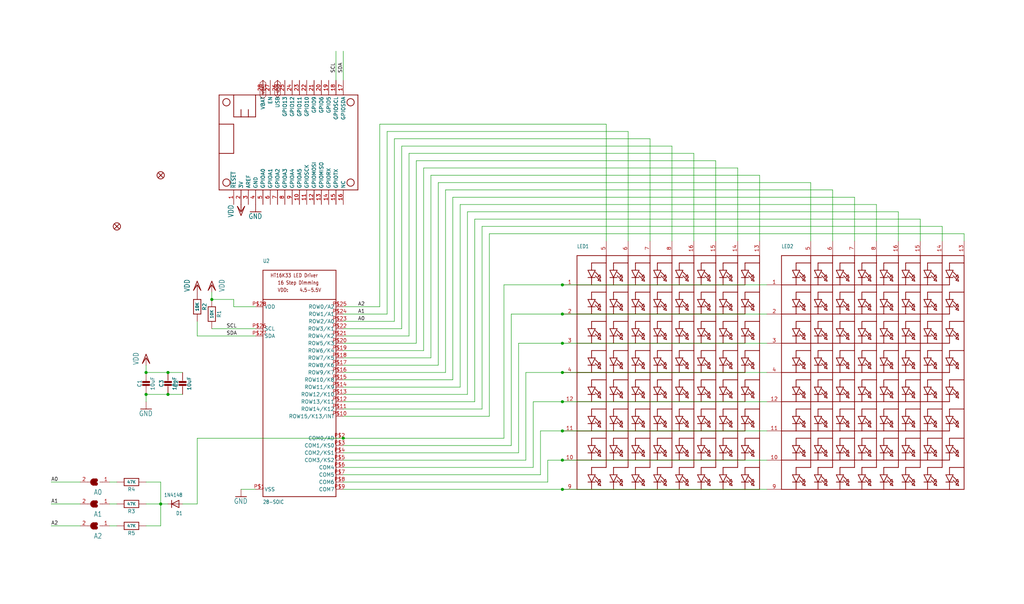
<source format=kicad_sch>
(kicad_sch (version 20230121) (generator eeschema)
  (paper "User" 356.133 210.007)
  (lib_symbols
    (symbol "working-eagle-import:CAP_CERAMIC0805-NOOUTLINE"
      (property "Reference" "C" (at -2.29 1.25 90))
      (symbol "CAP_CERAMIC0805-NOOUTLINE_1_0"
        (pin passive line (at 0 5.08 270) (length 2.54) (name "1") (number "1"))
        (pin passive line (at 0 -2.54 90) (length 2.54) (name "2") (number "2"))
      )
    )
    (symbol "working-eagle-import:DIODESOD-323F"
      (property "Reference" "D" (at -2.54 2.54 0))
      (symbol "DIODESOD-323F_1_0"
        (pin passive line (at -2.54 0 0) (length 2.54) (name "A") (number "A"))
        (pin passive line (at 2.54 0 180) (length 2.54) (name "C") (number "C"))
      )
    )
    (symbol "working-eagle-import:DISP_SEGMENT_8X8_ROWCATHODE"
      (property "Reference" "LED" (at -33.02 45.72 0))
      (symbol "DISP_SEGMENT_8X8_ROWCATHODE_1_0"
        (pin bidirectional line (at -38.1 33.02 0) (length 5.08) (name "K1") (number "1"))
        (pin bidirectional line (at -38.1 -27.94 0) (length 5.08) (name "K7") (number "10"))
        (pin bidirectional line (at -38.1 -17.78 0) (length 5.08) (name "K6") (number "11"))
        (pin bidirectional line (at -38.1 -7.62 0) (length 5.08) (name "K5") (number "12"))
        (pin bidirectional line (at 30.48 48.26 270) (length 5.08) (name "A8") (number "13"))
        (pin bidirectional line (at 22.86 48.26 270) (length 5.08) (name "A7") (number "14"))
        (pin bidirectional line (at 15.24 48.26 270) (length 5.08) (name "A6") (number "15"))
        (pin bidirectional line (at 7.62 48.26 270) (length 5.08) (name "A5") (number "16"))
        (pin bidirectional line (at -38.1 22.86 0) (length 5.08) (name "K2") (number "2"))
        (pin bidirectional line (at -38.1 12.7 0) (length 5.08) (name "K3") (number "3"))
        (pin bidirectional line (at -38.1 2.54 0) (length 5.08) (name "K4") (number "4"))
        (pin bidirectional line (at -22.86 48.26 270) (length 5.08) (name "A1") (number "5"))
        (pin bidirectional line (at -15.24 48.26 270) (length 5.08) (name "A2") (number "6"))
        (pin bidirectional line (at -7.62 48.26 270) (length 5.08) (name "A3") (number "7"))
        (pin bidirectional line (at 0 48.26 270) (length 5.08) (name "A4") (number "8"))
        (pin bidirectional line (at -38.1 -38.1 0) (length 5.08) (name "K8") (number "9"))
      )
    )
    (symbol "working-eagle-import:FEATHERWING"
      (symbol "FEATHERWING_1_0"
        (pin input line (at 5.08 -5.08 90) (length 5.08) (name "~{RESET}") (number "1"))
        (pin bidirectional line (at 27.94 -5.08 90) (length 5.08) (name "GPIOA5") (number "10"))
        (pin bidirectional line (at 30.48 -5.08 90) (length 5.08) (name "GPIOSCK") (number "11"))
        (pin bidirectional line (at 33.02 -5.08 90) (length 5.08) (name "GPIOMOSI") (number "12"))
        (pin bidirectional line (at 35.56 -5.08 90) (length 5.08) (name "GPIOMISO") (number "13"))
        (pin bidirectional line (at 38.1 -5.08 90) (length 5.08) (name "GPIORX") (number "14"))
        (pin bidirectional line (at 40.64 -5.08 90) (length 5.08) (name "GPIOTX") (number "15"))
        (pin passive line (at 43.18 -5.08 90) (length 5.08) (name "NC") (number "16"))
        (pin bidirectional line (at 43.18 38.1 270) (length 5.08) (name "GPIOSDA") (number "17"))
        (pin bidirectional line (at 40.64 38.1 270) (length 5.08) (name "GPIOSCL") (number "18"))
        (pin bidirectional line (at 38.1 38.1 270) (length 5.08) (name "GPIO5") (number "19"))
        (pin power_in line (at 7.62 -5.08 90) (length 5.08) (name "3V") (number "2"))
        (pin bidirectional line (at 35.56 38.1 270) (length 5.08) (name "GPIO6") (number "20"))
        (pin bidirectional line (at 33.02 38.1 270) (length 5.08) (name "GPIO9") (number "21"))
        (pin bidirectional line (at 30.48 38.1 270) (length 5.08) (name "GPIO10") (number "22"))
        (pin bidirectional line (at 27.94 38.1 270) (length 5.08) (name "GPIO11") (number "23"))
        (pin bidirectional line (at 25.4 38.1 270) (length 5.08) (name "GPIO12") (number "24"))
        (pin bidirectional line (at 22.86 38.1 270) (length 5.08) (name "GPIO13") (number "25"))
        (pin power_in line (at 20.32 38.1 270) (length 5.08) (name "USB") (number "26"))
        (pin passive line (at 17.78 38.1 270) (length 5.08) (name "EN") (number "27"))
        (pin power_in line (at 15.24 38.1 270) (length 5.08) (name "VBAT") (number "28"))
        (pin passive line (at 10.16 -5.08 90) (length 5.08) (name "AREF") (number "3"))
        (pin power_in line (at 12.7 -5.08 90) (length 5.08) (name "GND") (number "4"))
        (pin bidirectional line (at 15.24 -5.08 90) (length 5.08) (name "GPIOA0") (number "5"))
        (pin bidirectional line (at 17.78 -5.08 90) (length 5.08) (name "GPIOA1") (number "6"))
        (pin bidirectional line (at 20.32 -5.08 90) (length 5.08) (name "GPIOA2") (number "7"))
        (pin bidirectional line (at 22.86 -5.08 90) (length 5.08) (name "GPIOA3") (number "8"))
        (pin bidirectional line (at 25.4 -5.08 90) (length 5.08) (name "GPIOA4") (number "9"))
      )
    )
    (symbol "working-eagle-import:FIDUCIAL{dblquote}{dblquote}")
    (symbol "working-eagle-import:GND" (power)
      (property "Value" "GND" (at -2.54 -2.54 0))
      (symbol "GND_1_0"
        (pin power_in line (at 0 2.54 270) (length 2.54) (name "GND") (number "1"))
      )
    )
    (symbol "working-eagle-import:HT16K33_SOP28_SKINNY"
      (property "Reference" "U" (at -12.7 40.64 0))
      (symbol "HT16K33_SOP28_SKINNY_1_0"
        (text "16 Step Dimming" (at -7.62 33.02 0) (effects (font (size 1.27 1.0795)) (justify left bottom)))
        (text "4.5-5.5V" (at 0 30.48 0) (effects (font (size 1.27 1.0795)) (justify left bottom)))
        (text "HT16K33 LED Driver" (at -10.16 35.56 0) (effects (font (size 1.27 1.0795)) (justify left bottom)))
        (text "VDD:" (at -7.62 30.48 0) (effects (font (size 1.27 1.0795)) (justify left bottom)))
        (pin bidirectional line (at -15.24 -38.1 0) (length 2.54) (name "VSS") (number "P$1"))
        (pin bidirectional line (at 15.24 -12.7 180) (length 2.54) (name "ROW15/K13/INT") (number "P$10"))
        (pin bidirectional line (at 15.24 -10.16 180) (length 2.54) (name "ROW14/K12") (number "P$11"))
        (pin bidirectional line (at 15.24 -7.62 180) (length 2.54) (name "ROW13/K11") (number "P$12"))
        (pin bidirectional line (at 15.24 -5.08 180) (length 2.54) (name "ROW12/K10") (number "P$13"))
        (pin bidirectional line (at 15.24 -2.54 180) (length 2.54) (name "ROW11/K9") (number "P$14"))
        (pin bidirectional line (at 15.24 0 180) (length 2.54) (name "ROW10/K8") (number "P$15"))
        (pin bidirectional line (at 15.24 2.54 180) (length 2.54) (name "ROW9/K7") (number "P$16"))
        (pin bidirectional line (at 15.24 5.08 180) (length 2.54) (name "ROW8/K6") (number "P$17"))
        (pin bidirectional line (at 15.24 7.62 180) (length 2.54) (name "ROW7/K5") (number "P$18"))
        (pin bidirectional line (at 15.24 10.16 180) (length 2.54) (name "ROW6/K4") (number "P$19"))
        (pin bidirectional line (at 15.24 -20.32 180) (length 2.54) (name "COM0/AD") (number "P$2"))
        (pin bidirectional line (at 15.24 12.7 180) (length 2.54) (name "ROW5/K3") (number "P$20"))
        (pin bidirectional line (at 15.24 15.24 180) (length 2.54) (name "ROW4/K2") (number "P$21"))
        (pin bidirectional line (at 15.24 17.78 180) (length 2.54) (name "ROW3/K1") (number "P$22"))
        (pin bidirectional line (at 15.24 20.32 180) (length 2.54) (name "ROW2/A0") (number "P$23"))
        (pin bidirectional line (at 15.24 22.86 180) (length 2.54) (name "ROW1/A1") (number "P$24"))
        (pin bidirectional line (at 15.24 25.4 180) (length 2.54) (name "ROW0/A2") (number "P$25"))
        (pin bidirectional line (at -15.24 17.78 0) (length 2.54) (name "SCL") (number "P$26"))
        (pin bidirectional line (at -15.24 15.24 0) (length 2.54) (name "SDA") (number "P$27"))
        (pin bidirectional line (at -15.24 25.4 0) (length 2.54) (name "VDD") (number "P$28"))
        (pin bidirectional line (at 15.24 -22.86 180) (length 2.54) (name "COM1/KS0") (number "P$3"))
        (pin bidirectional line (at 15.24 -25.4 180) (length 2.54) (name "COM2/KS1") (number "P$4"))
        (pin bidirectional line (at 15.24 -27.94 180) (length 2.54) (name "COM3/KS2") (number "P$5"))
        (pin bidirectional line (at 15.24 -30.48 180) (length 2.54) (name "COM4") (number "P$6"))
        (pin bidirectional line (at 15.24 -33.02 180) (length 2.54) (name "COM5") (number "P$7"))
        (pin bidirectional line (at 15.24 -35.56 180) (length 2.54) (name "COM6") (number "P$8"))
        (pin bidirectional line (at 15.24 -38.1 180) (length 2.54) (name "COM7") (number "P$9"))
      )
    )
    (symbol "working-eagle-import:RESISTOR0805_NOOUTLINE"
      (property "Reference" "R" (at 0 2.54 0))
      (symbol "RESISTOR0805_NOOUTLINE_1_0"
        (pin passive line (at -5.08 0 0) (length 2.54) (name "1") (number "1"))
        (pin passive line (at 5.08 0 180) (length 2.54) (name "2") (number "2"))
      )
    )
    (symbol "working-eagle-import:SOLDERJUMPERREFLOW_NOPASTE"
      (property "Reference" "SJ" (at -2.54 2.54 0))
      (symbol "SOLDERJUMPERREFLOW_NOPASTE_1_0"
        (pin passive line (at -5.08 0 0) (length 2.54) (name "1") (number "1"))
        (pin passive line (at 5.08 0 180) (length 2.54) (name "2") (number "2"))
      )
    )
    (symbol "working-eagle-import:VDD" (power)
      (property "Value" "VDD" (at -2.54 -2.54 90))
      (symbol "VDD_1_0"
        (pin power_in line (at 0 -2.54 90) (length 2.54) (name "VDD") (number "1"))
      )
    )
  )
  (junction (at 195.58 139.7))
  (junction (at 55.88 175.26))
  (junction (at 195.58 119.38))
  (junction (at 195.58 109.22))
  (junction (at 58.42 129.54))
  (junction (at 73.66 104.14))
  (junction (at 195.58 149.86))
  (junction (at 119.38 152.4))
  (junction (at 195.58 99.06))
  (junction (at 195.58 129.54))
  (junction (at 58.42 137.16))
  (junction (at 195.58 160.02))
  (junction (at 50.8 129.54))
  (junction (at 195.58 170.18))
  (junction (at 50.8 137.16))
  (wire (pts (xy 256.54 58.42) (xy 147.32 58.42)) (stroke (width 0.1524)))
  (wire (pts (xy 160.02 134.62) (xy 160.02 71.12)) (stroke (width 0.1524)))
  (wire (pts (xy 195.58 170.18) (xy 266.7 170.18)) (stroke (width 0.1524)))
  (wire (pts (xy 157.48 132.08) (xy 157.48 68.58)) (stroke (width 0.1524)))
  (wire (pts (xy 88.9 116.84) (xy 68.58 116.84)) (stroke (width 0.1524)))
  (wire (pts (xy 68.58 116.84) (xy 68.58 111.76)) (stroke (width 0.1524)))
  (wire (pts (xy 195.58 99.06) (xy 175.26 99.06)) (stroke (width 0.1524)))
  (wire (pts (xy 55.88 182.88) (xy 55.88 175.26)) (stroke (width 0.1524)))
  (wire (pts (xy 119.38 152.4) (xy 175.26 152.4)) (stroke (width 0.1524)))
  (wire (pts (xy 195.58 129.54) (xy 266.7 129.54)) (stroke (width 0.1524)))
  (wire (pts (xy 119.38 137.16) (xy 162.56 137.16)) (stroke (width 0.1524)))
  (wire (pts (xy 144.78 55.88) (xy 248.92 55.88)) (stroke (width 0.1524)))
  (wire (pts (xy 195.58 149.86) (xy 266.7 149.86)) (stroke (width 0.1524)))
  (wire (pts (xy 195.58 109.22) (xy 177.8 109.22)) (stroke (width 0.1524)))
  (wire (pts (xy 119.38 170.18) (xy 195.58 170.18)) (stroke (width 0.1524)))
  (wire (pts (xy 81.28 104.14) (xy 73.66 104.14)) (stroke (width 0.1524)))
  (wire (pts (xy 119.38 129.54) (xy 154.94 129.54)) (stroke (width 0.1524)))
  (wire (pts (xy 335.28 83.82) (xy 335.28 81.28)) (stroke (width 0.1524)))
  (wire (pts (xy 160.02 71.12) (xy 304.8 71.12)) (stroke (width 0.1524)))
  (wire (pts (xy 139.7 50.8) (xy 233.68 50.8)) (stroke (width 0.1524)))
  (wire (pts (xy 170.18 144.78) (xy 170.18 81.28)) (stroke (width 0.1524)))
  (wire (pts (xy 185.42 139.7) (xy 185.42 162.56)) (stroke (width 0.1524)))
  (wire (pts (xy 190.5 160.02) (xy 190.5 167.64)) (stroke (width 0.1524)))
  (wire (pts (xy 195.58 160.02) (xy 190.5 160.02)) (stroke (width 0.1524)))
  (wire (pts (xy 226.06 83.82) (xy 226.06 48.26)) (stroke (width 0.1524)))
  (wire (pts (xy 175.26 99.06) (xy 175.26 152.4)) (stroke (width 0.1524)))
  (wire (pts (xy 142.24 116.84) (xy 142.24 53.34)) (stroke (width 0.1524)))
  (wire (pts (xy 177.8 109.22) (xy 177.8 154.94)) (stroke (width 0.1524)))
  (wire (pts (xy 40.64 175.26) (xy 38.1 175.26)) (stroke (width 0.1524)))
  (wire (pts (xy 304.8 71.12) (xy 304.8 83.82)) (stroke (width 0.1524)))
  (wire (pts (xy 241.3 83.82) (xy 241.3 53.34)) (stroke (width 0.1524)))
  (wire (pts (xy 58.42 129.54) (xy 63.5 129.54)) (stroke (width 0.1524)))
  (wire (pts (xy 187.96 149.86) (xy 187.96 165.1)) (stroke (width 0.1524)))
  (wire (pts (xy 256.54 83.82) (xy 256.54 58.42)) (stroke (width 0.1524)))
  (wire (pts (xy 119.38 121.92) (xy 147.32 121.92)) (stroke (width 0.1524)))
  (wire (pts (xy 50.8 182.88) (xy 55.88 182.88)) (stroke (width 0.1524)))
  (wire (pts (xy 162.56 137.16) (xy 162.56 73.66)) (stroke (width 0.1524)))
  (wire (pts (xy 281.94 63.5) (xy 152.4 63.5)) (stroke (width 0.1524)))
  (wire (pts (xy 195.58 160.02) (xy 266.7 160.02)) (stroke (width 0.1524)))
  (wire (pts (xy 119.38 109.22) (xy 134.62 109.22)) (stroke (width 0.1524)))
  (wire (pts (xy 132.08 43.18) (xy 210.82 43.18)) (stroke (width 0.1524)))
  (wire (pts (xy 68.58 152.4) (xy 68.58 175.26)) (stroke (width 0.1524)))
  (wire (pts (xy 134.62 109.22) (xy 134.62 45.72)) (stroke (width 0.1524)))
  (wire (pts (xy 195.58 129.54) (xy 182.88 129.54)) (stroke (width 0.1524)))
  (wire (pts (xy 119.38 27.94) (xy 119.38 17.78)) (stroke (width 0.1524)))
  (wire (pts (xy 241.3 53.34) (xy 142.24 53.34)) (stroke (width 0.1524)))
  (wire (pts (xy 73.66 101.6) (xy 73.66 104.14)) (stroke (width 0.1524)))
  (wire (pts (xy 312.42 83.82) (xy 312.42 73.66)) (stroke (width 0.1524)))
  (wire (pts (xy 165.1 76.2) (xy 320.04 76.2)) (stroke (width 0.1524)))
  (wire (pts (xy 119.38 144.78) (xy 170.18 144.78)) (stroke (width 0.1524)))
  (wire (pts (xy 119.38 132.08) (xy 157.48 132.08)) (stroke (width 0.1524)))
  (wire (pts (xy 335.28 81.28) (xy 170.18 81.28)) (stroke (width 0.1524)))
  (wire (pts (xy 119.38 139.7) (xy 165.1 139.7)) (stroke (width 0.1524)))
  (wire (pts (xy 55.88 167.64) (xy 50.8 167.64)) (stroke (width 0.1524)))
  (wire (pts (xy 68.58 175.26) (xy 63.5 175.26)) (stroke (width 0.1524)))
  (wire (pts (xy 50.8 139.7) (xy 50.8 137.16)) (stroke (width 0.1524)))
  (wire (pts (xy 119.38 119.38) (xy 144.78 119.38)) (stroke (width 0.1524)))
  (wire (pts (xy 116.84 17.78) (xy 116.84 27.94)) (stroke (width 0.1524)))
  (wire (pts (xy 147.32 121.92) (xy 147.32 58.42)) (stroke (width 0.1524)))
  (wire (pts (xy 185.42 162.56) (xy 119.38 162.56)) (stroke (width 0.1524)))
  (wire (pts (xy 154.94 66.04) (xy 289.56 66.04)) (stroke (width 0.1524)))
  (wire (pts (xy 182.88 129.54) (xy 182.88 160.02)) (stroke (width 0.1524)))
  (wire (pts (xy 63.5 137.16) (xy 58.42 137.16)) (stroke (width 0.1524)))
  (wire (pts (xy 132.08 106.68) (xy 132.08 43.18)) (stroke (width 0.1524)))
  (wire (pts (xy 144.78 119.38) (xy 144.78 55.88)) (stroke (width 0.1524)))
  (wire (pts (xy 281.94 83.82) (xy 281.94 63.5)) (stroke (width 0.1524)))
  (wire (pts (xy 264.16 60.96) (xy 264.16 83.82)) (stroke (width 0.1524)))
  (wire (pts (xy 149.86 124.46) (xy 149.86 60.96)) (stroke (width 0.1524)))
  (wire (pts (xy 180.34 119.38) (xy 180.34 157.48)) (stroke (width 0.1524)))
  (wire (pts (xy 58.42 137.16) (xy 50.8 137.16)) (stroke (width 0.1524)))
  (wire (pts (xy 195.58 119.38) (xy 266.7 119.38)) (stroke (width 0.1524)))
  (wire (pts (xy 226.06 48.26) (xy 137.16 48.26)) (stroke (width 0.1524)))
  (wire (pts (xy 119.38 157.48) (xy 180.34 157.48)) (stroke (width 0.1524)))
  (wire (pts (xy 218.44 45.72) (xy 218.44 83.82)) (stroke (width 0.1524)))
  (wire (pts (xy 40.64 167.64) (xy 38.1 167.64)) (stroke (width 0.1524)))
  (wire (pts (xy 233.68 50.8) (xy 233.68 83.82)) (stroke (width 0.1524)))
  (wire (pts (xy 83.82 170.18) (xy 88.9 170.18)) (stroke (width 0.1524)))
  (wire (pts (xy 50.8 175.26) (xy 55.88 175.26)) (stroke (width 0.1524)))
  (wire (pts (xy 119.38 127) (xy 152.4 127)) (stroke (width 0.1524)))
  (wire (pts (xy 81.28 106.68) (xy 81.28 104.14)) (stroke (width 0.1524)))
  (wire (pts (xy 167.64 78.74) (xy 327.66 78.74)) (stroke (width 0.1524)))
  (wire (pts (xy 190.5 167.64) (xy 119.38 167.64)) (stroke (width 0.1524)))
  (wire (pts (xy 312.42 73.66) (xy 162.56 73.66)) (stroke (width 0.1524)))
  (wire (pts (xy 134.62 45.72) (xy 218.44 45.72)) (stroke (width 0.1524)))
  (wire (pts (xy 55.88 175.26) (xy 58.42 175.26)) (stroke (width 0.1524)))
  (wire (pts (xy 50.8 127) (xy 50.8 129.54)) (stroke (width 0.1524)))
  (wire (pts (xy 195.58 139.7) (xy 266.7 139.7)) (stroke (width 0.1524)))
  (wire (pts (xy 149.86 60.96) (xy 264.16 60.96)) (stroke (width 0.1524)))
  (wire (pts (xy 327.66 83.82) (xy 327.66 78.74)) (stroke (width 0.1524)))
  (wire (pts (xy 119.38 160.02) (xy 182.88 160.02)) (stroke (width 0.1524)))
  (wire (pts (xy 38.1 182.88) (xy 40.64 182.88)) (stroke (width 0.1524)))
  (wire (pts (xy 88.9 114.3) (xy 73.66 114.3)) (stroke (width 0.1524)))
  (wire (pts (xy 119.38 111.76) (xy 137.16 111.76)) (stroke (width 0.1524)))
  (wire (pts (xy 139.7 114.3) (xy 139.7 50.8)) (stroke (width 0.1524)))
  (wire (pts (xy 137.16 111.76) (xy 137.16 48.26)) (stroke (width 0.1524)))
  (wire (pts (xy 119.38 106.68) (xy 132.08 106.68)) (stroke (width 0.1524)))
  (wire (pts (xy 88.9 106.68) (xy 81.28 106.68)) (stroke (width 0.1524)))
  (wire (pts (xy 195.58 139.7) (xy 185.42 139.7)) (stroke (width 0.1524)))
  (wire (pts (xy 210.82 43.18) (xy 210.82 83.82)) (stroke (width 0.1524)))
  (wire (pts (xy 297.18 83.82) (xy 297.18 68.58)) (stroke (width 0.1524)))
  (wire (pts (xy 119.38 152.4) (xy 68.58 152.4)) (stroke (width 0.1524)))
  (wire (pts (xy 177.8 154.94) (xy 119.38 154.94)) (stroke (width 0.1524)))
  (wire (pts (xy 119.38 134.62) (xy 160.02 134.62)) (stroke (width 0.1524)))
  (wire (pts (xy 195.58 119.38) (xy 180.34 119.38)) (stroke (width 0.1524)))
  (wire (pts (xy 195.58 99.06) (xy 266.7 99.06)) (stroke (width 0.1524)))
  (wire (pts (xy 195.58 149.86) (xy 187.96 149.86)) (stroke (width 0.1524)))
  (wire (pts (xy 289.56 66.04) (xy 289.56 83.82)) (stroke (width 0.1524)))
  (wire (pts (xy 27.94 182.88) (xy 17.78 182.88)) (stroke (width 0.1524)))
  (wire (pts (xy 195.58 109.22) (xy 266.7 109.22)) (stroke (width 0.1524)))
  (wire (pts (xy 27.94 167.64) (xy 17.78 167.64)) (stroke (width 0.1524)))
  (wire (pts (xy 50.8 129.54) (xy 58.42 129.54)) (stroke (width 0.1524)))
  (wire (pts (xy 119.38 124.46) (xy 149.86 124.46)) (stroke (width 0.1524)))
  (wire (pts (xy 320.04 76.2) (xy 320.04 83.82)) (stroke (width 0.1524)))
  (wire (pts (xy 119.38 142.24) (xy 167.64 142.24)) (stroke (width 0.1524)))
  (wire (pts (xy 154.94 129.54) (xy 154.94 66.04)) (stroke (width 0.1524)))
  (wire (pts (xy 167.64 142.24) (xy 167.64 78.74)) (stroke (width 0.1524)))
  (wire (pts (xy 119.38 114.3) (xy 139.7 114.3)) (stroke (width 0.1524)))
  (wire (pts (xy 17.78 175.26) (xy 27.94 175.26)) (stroke (width 0.1524)))
  (wire (pts (xy 152.4 127) (xy 152.4 63.5)) (stroke (width 0.1524)))
  (wire (pts (xy 187.96 165.1) (xy 119.38 165.1)) (stroke (width 0.1524)))
  (wire (pts (xy 248.92 55.88) (xy 248.92 83.82)) (stroke (width 0.1524)))
  (wire (pts (xy 55.88 175.26) (xy 55.88 167.64)) (stroke (width 0.1524)))
  (wire (pts (xy 297.18 68.58) (xy 157.48 68.58)) (stroke (width 0.1524)))
  (wire (pts (xy 119.38 116.84) (xy 142.24 116.84)) (stroke (width 0.1524)))
  (wire (pts (xy 165.1 139.7) (xy 165.1 76.2)) (stroke (width 0.1524)))
  (label "A0" (at 124.46 111.76 0) (effects (font (size 1.2446 1.2446))))
  (label "A2" (at 17.78 182.88 0) (effects (font (size 1.2446 1.2446))))
  (label "SDA" (at 119.38 25.4 90) (effects (font (size 1.2446 1.2446))))
  (label "A1" (at 124.46 109.22 0) (effects (font (size 1.2446 1.2446))))
  (label "A0" (at 17.78 167.64 0) (effects (font (size 1.2446 1.2446))))
  (label "SDA" (at 78.74 116.84 0) (effects (font (size 1.2446 1.2446))))
  (label "SCL" (at 78.74 114.3 0) (effects (font (size 1.2446 1.2446))))
  (label "A2" (at 124.46 106.68 0) (effects (font (size 1.2446 1.2446))))
  (label "A1" (at 17.78 175.26 0) (effects (font (size 1.2446 1.2446))))
  (label "SCL" (at 116.84 25.4 90) (effects (font (size 1.2446 1.2446))))
  (global_label "USB" (shape bidirectional) (at 96.52 27.94 270) (effects (font (size 1.016 1.016))) (property "Intersheetrefs" "${INTERSHEET_REFS}" (effects hide)))
  (global_label "VBAT" (shape bidirectional) (at 91.44 27.94 270) (effects (font (size 1.016 1.016))) (property "Intersheetrefs" "${INTERSHEET_REFS}" (effects hide)))
  (symbol (lib_id "working-eagle-import:FIDUCIAL{dblquote}{dblquote}") (at 55.88 60.96 0) (unit 1)
    (property "Reference" "FID1" (effects hide))
    (property "Value" "FIDUCIAL{dblquote}{dblquote}" (effects hide))
    (property "Footprint" "working:FIDUCIAL_1MM" (effects hide))
  )
  (symbol (lib_id "working-eagle-import:RESISTOR0805_NOOUTLINE") (at 68.58 106.68 270) (unit 1)
    (property "Reference" "R2" (at 71.12 106.68 0))
    (property "Value" "10K" (at 68.58 106.68 0) (effects (font (size 1.016 1.016) bold)))
    (property "Footprint" "working:0805-NO" (effects hide))
  )
  (symbol (lib_id "working-eagle-import:GND") (at 83.82 172.72 0) (unit 1)
    (property "Reference" "#GND1" (effects hide))
    (property "Value" "GND" (at 81.28 175.26 0) (effects (font (size 1.778 1.5113)) (justify left bottom)))
  )
  (symbol (lib_id "working-eagle-import:CAP_CERAMIC0805-NOOUTLINE") (at 58.42 134.62 0) (unit 1)
    (property "Reference" "C3" (at 56.13 133.37 90))
    (property "Value" "10uF" (at 60.72 133.37 90))
    (property "Footprint" "working:0805-NO" (effects hide))
  )
  (symbol (lib_id "working-eagle-import:RESISTOR0805_NOOUTLINE") (at 45.72 167.64 180) (unit 1)
    (property "Reference" "R4" (at 45.72 170.18 0))
    (property "Value" "47K" (at 45.72 167.64 0) (effects (font (size 1.016 1.016) bold)))
    (property "Footprint" "working:0805-NO" (effects hide))
  )
  (symbol (lib_id "working-eagle-import:RESISTOR0805_NOOUTLINE") (at 45.72 182.88 180) (unit 1)
    (property "Reference" "R5" (at 45.72 185.42 0))
    (property "Value" "47K" (at 45.72 182.88 0) (effects (font (size 1.016 1.016) bold)))
    (property "Footprint" "working:0805-NO" (effects hide))
  )
  (symbol (lib_id "working-eagle-import:GND") (at 50.8 142.24 0) (unit 1)
    (property "Reference" "#GND3" (effects hide))
    (property "Value" "GND" (at 48.26 144.78 0) (effects (font (size 1.778 1.5113)) (justify left bottom)))
  )
  (symbol (lib_id "working-eagle-import:FEATHERWING") (at 76.2 66.04 0) (unit 1)
    (property "Reference" "MS1" (effects hide))
    (property "Value" "FEATHERWING" (effects hide))
    (property "Footprint" "working:FEATHERWING" (effects hide))
  )
  (symbol (lib_id "working-eagle-import:VDD") (at 68.58 99.06 0) (unit 1)
    (property "Reference" "#VDD1" (effects hide))
    (property "Value" "VDD" (at 66.04 101.6 90) (effects (font (size 1.778 1.5113)) (justify left bottom)))
  )
  (symbol (lib_id "working-eagle-import:DISP_SEGMENT_8X8_ROWCATHODE") (at 304.8 132.08 0) (unit 1)
    (property "Reference" "LED2" (at 271.78 86.36 0) (effects (font (size 1.27 1.0795)) (justify left bottom)))
    (property "Value" "DISP_SEGMENT_8X8_ROWCATHODE" (effects hide))
    (property "Footprint" "working:SEGMENT_BL-M07C881UR" (effects hide))
  )
  (symbol (lib_id "working-eagle-import:RESISTOR0805_NOOUTLINE") (at 73.66 109.22 270) (unit 1)
    (property "Reference" "R1" (at 76.2 109.22 0))
    (property "Value" "10K" (at 73.66 109.22 0) (effects (font (size 1.016 1.016) bold)))
    (property "Footprint" "working:0805-NO" (effects hide))
  )
  (symbol (lib_id "working-eagle-import:HT16K33_SOP28_SKINNY") (at 104.14 132.08 0) (unit 1)
    (property "Reference" "U2" (at 91.44 91.44 0) (effects (font (size 1.27 1.0795)) (justify left bottom)))
    (property "Value" "28-SOIC" (at 91.44 175.26 0) (effects (font (size 1.27 1.0795)) (justify left bottom)))
    (property "Footprint" "working:SOP28_300MIL_SKINNY" (effects hide))
  )
  (symbol (lib_id "working-eagle-import:CAP_CERAMIC0805-NOOUTLINE") (at 50.8 134.62 0) (unit 1)
    (property "Reference" "C1" (at 48.51 133.37 90))
    (property "Value" "10uF" (at 53.1 133.37 90))
    (property "Footprint" "working:0805-NO" (effects hide))
  )
  (symbol (lib_id "working-eagle-import:VDD") (at 50.8 124.46 0) (unit 1)
    (property "Reference" "#VDD5" (effects hide))
    (property "Value" "VDD" (at 48.26 127 90) (effects (font (size 1.778 1.5113)) (justify left bottom)))
  )
  (symbol (lib_id "working-eagle-import:FIDUCIAL{dblquote}{dblquote}") (at 40.64 78.74 0) (unit 1)
    (property "Reference" "FID2" (effects hide))
    (property "Value" "FIDUCIAL{dblquote}{dblquote}" (effects hide))
    (property "Footprint" "working:FIDUCIAL_1MM" (effects hide))
  )
  (symbol (lib_id "working-eagle-import:VDD") (at 83.82 73.66 0) (mirror x) (unit 1)
    (property "Reference" "#VDD3" (effects hide))
    (property "Value" "VDD" (at 81.28 71.12 90) (effects (font (size 1.778 1.5113)) (justify left bottom)))
  )
  (symbol (lib_id "working-eagle-import:SOLDERJUMPERREFLOW_NOPASTE") (at 33.02 167.64 180) (unit 1)
    (property "Reference" "A0" (at 35.56 170.18 0) (effects (font (size 1.778 1.5113)) (justify left bottom)))
    (property "Value" "SOLDERJUMPERREFLOW_NOPASTE" (effects hide))
    (property "Footprint" "working:SOLDERJUMPER_REFLOW_NOPASTE" (effects hide))
  )
  (symbol (lib_id "working-eagle-import:VDD") (at 73.66 99.06 0) (mirror y) (unit 1)
    (property "Reference" "#VDD2" (effects hide))
    (property "Value" "VDD" (at 76.2 101.6 90) (effects (font (size 1.778 1.5113)) (justify left bottom)))
  )
  (symbol (lib_id "working-eagle-import:SOLDERJUMPERREFLOW_NOPASTE") (at 33.02 182.88 180) (unit 1)
    (property "Reference" "A2" (at 35.56 185.42 0) (effects (font (size 1.778 1.5113)) (justify left bottom)))
    (property "Value" "SOLDERJUMPERREFLOW_NOPASTE" (effects hide))
    (property "Footprint" "working:SOLDERJUMPER_REFLOW_NOPASTE" (effects hide))
  )
  (symbol (lib_id "working-eagle-import:DISP_SEGMENT_8X8_ROWCATHODE") (at 233.68 132.08 0) (unit 1)
    (property "Reference" "LED1" (at 200.66 86.36 0) (effects (font (size 1.27 1.0795)) (justify left bottom)))
    (property "Value" "DISP_SEGMENT_8X8_ROWCATHODE" (effects hide))
    (property "Footprint" "working:SEGMENT_BL-M07C881UR" (effects hide))
  )
  (symbol (lib_id "working-eagle-import:RESISTOR0805_NOOUTLINE") (at 45.72 175.26 180) (unit 1)
    (property "Reference" "R3" (at 45.72 177.8 0))
    (property "Value" "47K" (at 45.72 175.26 0) (effects (font (size 1.016 1.016) bold)))
    (property "Footprint" "working:0805-NO" (effects hide))
  )
  (symbol (lib_id "working-eagle-import:DIODESOD-323F") (at 60.96 175.26 180) (unit 1)
    (property "Reference" "D1" (at 63.5 177.8 0) (effects (font (size 1.27 1.0795)) (justify left bottom)))
    (property "Value" "1N4148" (at 63.5 171.45 0) (effects (font (size 1.27 1.0795)) (justify left bottom)))
    (property "Footprint" "working:SOD-323F" (effects hide))
  )
  (symbol (lib_id "working-eagle-import:SOLDERJUMPERREFLOW_NOPASTE") (at 33.02 175.26 180) (unit 1)
    (property "Reference" "A1" (at 35.56 177.8 0) (effects (font (size 1.778 1.5113)) (justify left bottom)))
    (property "Value" "SOLDERJUMPERREFLOW_NOPASTE" (effects hide))
    (property "Footprint" "working:SOLDERJUMPER_REFLOW_NOPASTE" (effects hide))
  )
  (symbol (lib_id "working-eagle-import:CAP_CERAMIC0805-NOOUTLINE") (at 63.5 134.62 0) (unit 1)
    (property "Reference" "C2" (at 61.21 133.37 90))
    (property "Value" "10uF" (at 65.8 133.37 90))
    (property "Footprint" "working:0805-NO" (effects hide))
  )
  (symbol (lib_id "working-eagle-import:GND") (at 88.9 73.66 0) (unit 1)
    (property "Reference" "#GND2" (effects hide))
    (property "Value" "GND" (at 86.36 76.2 0) (effects (font (size 1.778 1.5113)) (justify left bottom)))
  )
)
</source>
